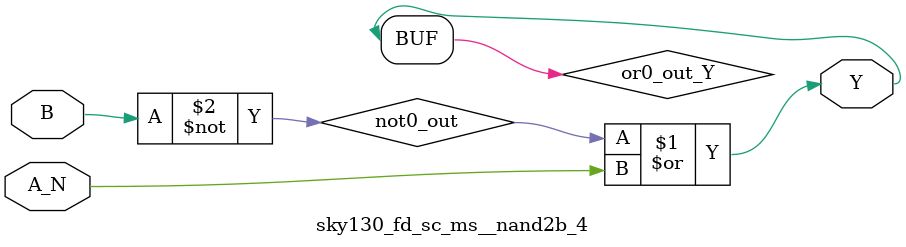
<source format=v>
/*
 * Copyright 2020 The SkyWater PDK Authors
 *
 * Licensed under the Apache License, Version 2.0 (the "License");
 * you may not use this file except in compliance with the License.
 * You may obtain a copy of the License at
 *
 *     https://www.apache.org/licenses/LICENSE-2.0
 *
 * Unless required by applicable law or agreed to in writing, software
 * distributed under the License is distributed on an "AS IS" BASIS,
 * WITHOUT WARRANTIES OR CONDITIONS OF ANY KIND, either express or implied.
 * See the License for the specific language governing permissions and
 * limitations under the License.
 *
 * SPDX-License-Identifier: Apache-2.0
*/


`ifndef SKY130_FD_SC_MS__NAND2B_4_FUNCTIONAL_V
`define SKY130_FD_SC_MS__NAND2B_4_FUNCTIONAL_V

/**
 * nand2b: 2-input NAND, first input inverted.
 *
 * Verilog simulation functional model.
 */

`timescale 1ns / 1ps
`default_nettype none

`celldefine
module sky130_fd_sc_ms__nand2b_4 (
    Y  ,
    A_N,
    B
);

    // Module ports
    output Y  ;
    input  A_N;
    input  B  ;

    // Local signals
    wire not0_out ;
    wire or0_out_Y;

    //  Name  Output     Other arguments
    not not0 (not0_out , B              );
    or  or0  (or0_out_Y, not0_out, A_N  );
    buf buf0 (Y        , or0_out_Y      );

endmodule
`endcelldefine

`default_nettype wire
`endif  // SKY130_FD_SC_MS__NAND2B_4_FUNCTIONAL_V

</source>
